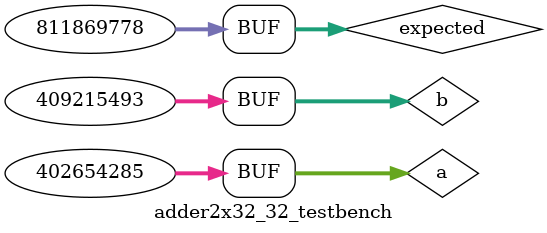
<source format=v>
`define DELAY 20
module adder2x32_32_testbench();
   reg [31:0] a;
   reg [31:0] b;
   reg [31:0] expected;
   wire tresult;
   wire lt, eq, gt;
   wire [31:0] out;

   adder2x32_32 adder(out, a, b);

   comparator32x2 cmp(lt,eq,gt,out, expected);
   assign tresult = eq;

   initial begin
      a = 32'b0001_1000_0000_0000_0000_0100_0100_0001;
      b = 32'b0001_1000_0110_0100_0010_0010_0000_0001;
      expected = 32'b0011_0000_0110_0100_0010_0110_0100_0010;
      #`DELAY;
      a = 32'b0001_1000_0000_0000_0000_0100_0100_1101;
      b = 32'b0001_1000_0110_0100_0010_0010_0000_0101;
      expected = 32'b0011_0000_0110_0100_0010_0110_0101_0010;
   end

   initial begin
      $monitor("time = %2d, a =%32b, b=%32b, out=%32b, expected=%32b, tresult=%1b", $time, a, b, out, expected, tresult);
   end

endmodule //adder2x32_32_testbench

</source>
